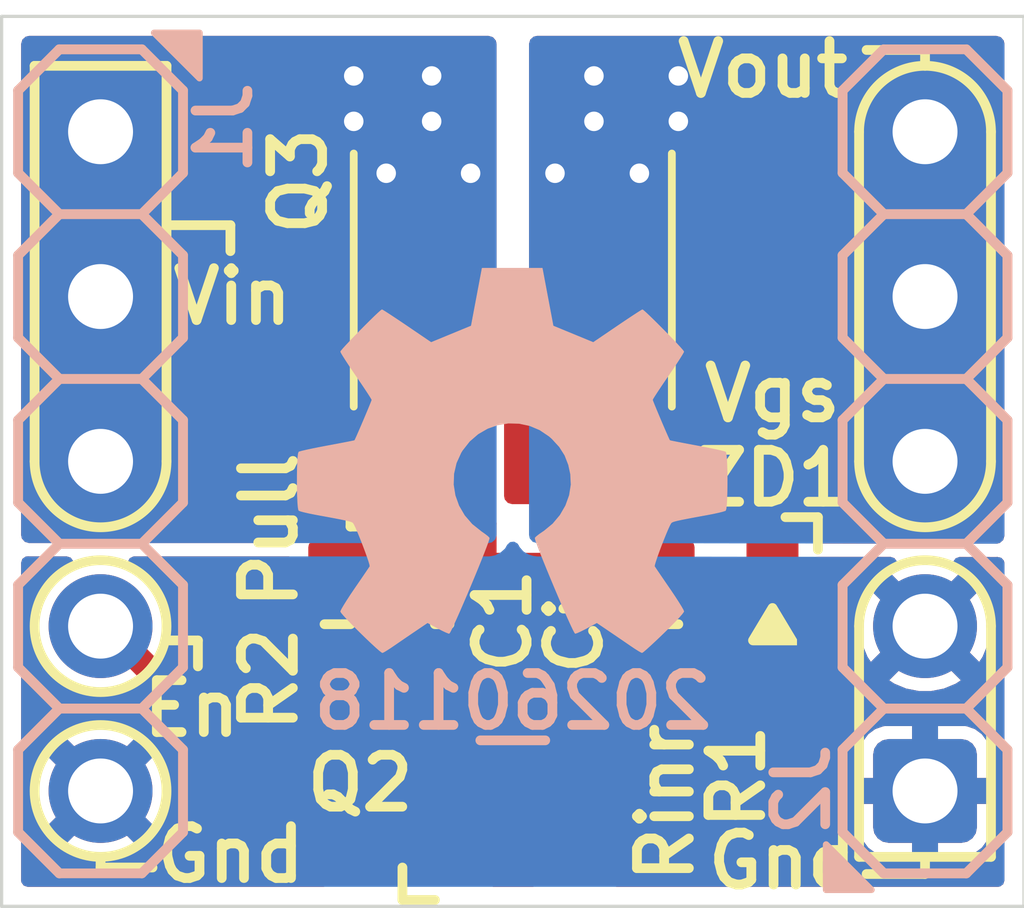
<source format=kicad_pcb>
(kicad_pcb (version 20241229) (generator "pcbnew") (generator_version "9.0")
  (layers (0 "F.Cu" mixed) (2 "B.Cu" mixed) (13 "F.Paste" user) (15 "B.Paste" user) (5 "F.SilkS" user "F.Silkscreen") (7 "B.SilkS" user "B.Silkscreen") (1 "F.Mask" user) (3 "B.Mask" user) (25 "Edge.Cuts" user))
  (net 0 "")
  (net 1 "/VIN")
  (net 2 "/EN")
  (net 3 "/GND")
  (net 4 "/VOUT")
  (net 5 "Net-(Q2-D)")
  (net 6 "Net-(Q3-G1)")
  (net 7 "/Sources")
  (footprint "SquantorResistor:R_0603_hand" (layer "F.Cu") (at 30.224 29.368 -90)
    (property "Reference" "R1" (at 2.35 -1.1 90) (layer "F.SilkS") (effects (font (size 0.8 0.8))))
    (property "Value" "Rinr" (at 2.75 0 90) (layer "F.SilkS") (effects (font (size 0.8 0.8))))
    (fp_line (start 0 -0.2) (end 0 0.2) (stroke (width 0.15)) (layer "F.SilkS"))
    (pad "1" smd roundrect (at -0.9 0 270) (size 0.8 0.9) (layers "F.Cu" "F.Mask" "F.Paste") (roundrect_rratio 0.1428571429) (net 6 "Net-(Q3-G1)"))
    (pad "2" smd roundrect (at 0.9 0 270) (size 0.8 0.9) (layers "F.Cu" "F.Mask" "F.Paste") (roundrect_rratio 0.1428571429) (net 5 "Net-(Q2-D)"))
  )
  (footprint "SquantorIC:SOT23-3" (layer "F.Cu") (at 27.874 31.818 90)
    (property "Reference" "Q2" (at 0 -2.35 180) (layer "F.SilkS") (effects (font (size 0.8 0.8))))
    (property "Value" "NMOS")
    (fp_line (start -1.3 -1.7) (end -1.8 -1.7) (stroke (width 0.1)) (layer "F.SilkS"))
    (fp_line (start -1.8 -1.7) (end -1.3 -1.7) (stroke (width 0.15)) (layer "F.SilkS"))
    (fp_line (start -1.8 -1.7) (end -1.8 -1.2) (stroke (width 0.15)) (layer "F.SilkS"))
    (pad "1" smd roundrect (at -1 -0.95) (size 0.8 0.9) (layers "F.Cu" "F.Mask" "F.Paste") (roundrect_rratio 0.2) (net 2 "/EN"))
    (pad "2" smd roundrect (at -1 0.95) (size 0.8 0.9) (layers "F.Cu" "F.Mask" "F.Paste") (roundrect_rratio 0.2) (net 3 "/GND"))
    (pad "3" smd roundrect (at 1 0) (size 0.8 0.9) (layers "F.Cu" "F.Mask" "F.Paste") (roundrect_rratio 0.2) (net 5 "Net-(Q2-D)"))
  )
  (footprint "SquantorCapacitor:C_0603" (layer "F.Cu") (at 26.524 29.368 -90)
    (property "Reference" "C1" (at -0.05 -1.2 90) (layer "F.SilkS") (effects (font (size 0.8 0.8))))
    (property "Value" "Cinr" (at -0.45 -2.3 90) (layer "F.SilkS") (effects (font (size 0.8 0.8))))
    (fp_line (start 0 0.375) (end 0 0.15) (stroke (width 0.15)) (layer "F.SilkS"))
    (fp_line (start 0 -0.15) (end 0 -0.375) (stroke (width 0.15)) (layer "F.SilkS"))
    (pad "1" smd roundrect (at -0.75 0 270) (size 0.8 0.9) (layers "F.Cu" "F.Mask" "F.Paste") (roundrect_rratio 0.125) (net 7 "/Sources"))
    (pad "2" smd roundrect (at 0.75 0 270) (size 0.8 0.9) (layers "F.Cu" "F.Mask" "F.Paste") (roundrect_rratio 0.125) (net 6 "Net-(Q3-G1)"))
  )
  (footprint "SquantorIC:SOIC-8" (layer "F.Cu") (at 27.874 24.064 90)
    (property "Reference" "Q3" (at 1.524 -3.3 90) (layer "F.SilkS") (effects (font (size 0.8 0.8))))
    (property "Value" "Q_PMOS_DUAL")
    (fp_line (start -3.8 -2.5) (end -3.3 -2.5) (stroke (width 0.15)) (layer "F.SilkS"))
    (fp_line (start -3.8 -2.5) (end -3.8 -2) (stroke (width 0.15)) (layer "F.SilkS"))
    (fp_line (start -1.95 -2.45) (end 1.95 -2.45) (stroke (width 0.12)) (layer "F.SilkS"))
    (fp_line (start -1.95 2.45) (end 1.95 2.45) (stroke (width 0.12)) (layer "F.SilkS"))
    (pad "1" smd roundrect (at -2.7 -1.905 180) (size 0.6 1.55) (layers "F.Cu" "F.Mask" "F.Paste") (roundrect_rratio 0.4) (net 7 "/Sources"))
    (pad "2" smd roundrect (at -2.7 -0.635 180) (size 0.6 1.55) (layers "F.Cu" "F.Mask" "F.Paste") (roundrect_rratio 0.2) (net 6 "Net-(Q3-G1)"))
    (pad "3" smd roundrect (at -2.7 0.635 180) (size 0.6 1.55) (layers "F.Cu" "F.Mask" "F.Paste") (roundrect_rratio 0.2) (net 7 "/Sources"))
    (pad "4" smd roundrect (at -2.7 1.905 180) (size 0.6 1.55) (layers "F.Cu" "F.Mask" "F.Paste") (roundrect_rratio 0.2) (net 6 "Net-(Q3-G1)"))
    (pad "5" smd roundrect (at 2.7 1.905 180) (size 0.6 1.55) (layers "F.Cu" "F.Mask" "F.Paste") (roundrect_rratio 0.2) (net 4 "/VOUT"))
    (pad "6" smd roundrect (at 2.7 0.635 180) (size 0.6 1.55) (layers "F.Cu" "F.Mask" "F.Paste") (roundrect_rratio 0.2) (net 4 "/VOUT"))
    (pad "7" smd roundrect (at 2.7 -0.635 180) (size 0.6 1.55) (layers "F.Cu" "F.Mask" "F.Paste") (roundrect_rratio 0.2) (net 1 "/VIN"))
    (pad "8" smd roundrect (at 2.7 -1.905 180) (size 0.6 1.55) (layers "F.Cu" "F.Mask" "F.Paste") (roundrect_rratio 0.2) (net 1 "/VIN"))
  )
  (footprint "SquantorResistor:R_0603_hand" (layer "F.Cu") (at 25.174 29.368 -90)
    (property "Reference" "R2" (at 0.85 1.05 90) (layer "F.SilkS") (effects (font (size 0.8 0.8))))
    (property "Value" "Pull" (at -1.45 1.05 270) (layer "F.SilkS") (effects (font (size 0.8 0.8))))
    (fp_line (start 0 -0.2) (end 0 0.2) (stroke (width 0.15)) (layer "F.SilkS"))
    (pad "1" smd roundrect (at -0.9 0 270) (size 0.8 0.9) (layers "F.Cu" "F.Mask" "F.Paste") (roundrect_rratio 0.1428571429) (net 7 "/Sources"))
    (pad "2" smd roundrect (at 0.9 0 270) (size 0.8 0.9) (layers "F.Cu" "F.Mask" "F.Paste") (roundrect_rratio 0.1428571429) (net 6 "Net-(Q3-G1)"))
  )
  (footprint "SquantorDiodes:SOD-323-nexperia-hand" (layer "F.Cu") (at 31.874 29.418 -90)
    (property "Reference" "ZD1" (at -2.3 0 0) (layer "F.SilkS") (effects (font (size 0.8 0.8))))
    (property "Value" "Vgs" (at -3.6 0 0) (layer "F.SilkS") (effects (font (size 0.8 0.8))))
    (fp_line (start -1.7 -0.7) (end -1.7 -0.2) (stroke (width 0.15)) (layer "F.SilkS"))
    (fp_line (start -1.7 -0.7) (end -1.2 -0.7) (stroke (width 0.15)) (layer "F.SilkS"))
    (fp_poly (pts (xy -0.3 0) (xy 0.2 -0.3) (xy 0.2 0.3)) (stroke (width 0.15)) (fill yes) (layer "F.SilkS"))
    (pad "1" smd roundrect (at -1.05 0 270) (size 0.8 0.8) (layers "F.Cu" "F.Mask" "F.Paste") (roundrect_rratio 0.2) (net 7 "/Sources"))
    (pad "2" smd roundrect (at 1.05 0 270) (size 0.8 0.8) (layers "F.Cu" "F.Mask" "F.Paste") (roundrect_rratio 0.2) (net 6 "Net-(Q3-G1)"))
  )
  (footprint "SquantorLabels:Label_Generic" (layer "B.Cu") (at 27.874 30.558 180)
    (property "Reference" "N1" (hide yes))
    (property "Value" "20260118" (at 0 0 0) (layer "B.SilkS") (effects (font (size 0.8 0.8)) (justify mirror)))
    (fp_line (start -0.5 -0.6) (end 0.5 -0.6) (stroke (width 0.15)) (layer "B.SilkS"))
  )
  (footprint "Symbol:OSHW-Symbol_6.7x6mm_SilkScreen" (layer "B.Cu") (at 27.874 26.858 180)
    (property "Reference" "N2" (hide yes))
    (property "Value" "OHWLOGO" (hide yes))
    (fp_poly (pts (xy 0.555814 2.531069) (xy 0.639635 2.086445) (xy 0.94892 1.958947) (xy 1.258206 1.831449) (xy 1.629246 2.083754) (xy 1.733157 2.154004) (xy 1.827087 2.216728) (xy 1.906652 2.269062) (xy 1.96747 2.308143) (xy 2.005157 2.331107) (xy 2.015421 2.336058) (xy 2.03391 2.323324) (xy 2.07342 2.288118) (xy 2.129522 2.234938) (xy 2.197787 2.168282) (xy 2.273786 2.092646) (xy 2.353092 2.012528) (xy 2.431275 1.932426) (xy 2.503907 1.856836) (xy 2.566559 1.790255) (xy 2.614803 1.737182) (xy 2.64421 1.702113) (xy 2.651241 1.690377) (xy 2.641123 1.66874) (xy 2.612759 1.621338) (xy 2.569129 1.552807) (xy 2.513218 1.467785) (xy 2.448006 1.370907) (xy 2.410219 1.31565) (xy 2.341343 1.214752) (xy 2.28014 1.123701) (xy 2.229578 1.04703) (xy 2.192628 0.989272) (xy 2.172258 0.954957) (xy 2.169197 0.947746) (xy 2.176136 0.927252) (xy 2.195051 0.879487) (xy 2.223087 0.811168) (xy 2.257391 0.729011) (xy 2.295109 0.63973) (xy 2.333387 0.550042) (xy 2.36937 0.466662) (xy 2.400206 0.396306) (xy 2.423039 0.34569) (xy 2.435017 0.321529) (xy 2.435724 0.320578) (xy 2.454531 0.315964) (xy 2.504618 0.305672) (xy 2.580793 0.290713) (xy 2.677865 0.272099) (xy 2.790643 0.250841) (xy 2.856442 0.238582) (xy 2.97695 0.215638) (xy 3.085797 0.193805) (xy 3.177476 0.174278) (xy 3.246481 0.158252) (xy 3.287304 0.146921) (xy 3.295511 0.143326) (xy 3.303548 0.118994) (xy 3.310033 0.064041) (xy 3.31497 -0.015108) (xy 3.318364 -0.112026) (xy 3.320218 -0.220287) (xy 3.320538 -0.333465) (xy 3.319327 -0.445135) (xy 3.31659 -0.548868) (xy 3.312331 -0.638241) (xy 3.306555 -0.706826) (xy 3.299267 -0.748197) (xy 3.294895 -0.75681) (xy 3.268764 -0.767133) (xy 3.213393 -0.781892) (xy 3.136107 -0.799352) (xy 3.04423 -0.81778) (xy 3.012158 -0.823741) (xy 2.857524 -0.852066) (xy 2.735375 -0.874876) (xy 2.641673 -0.89308) (xy 2.572384 -0.907583) (xy 2.523471 -0.919292) (xy 2.490897 -0.929115) (xy 2.470628 -0.937956) (xy 2.458626 -0.946724) (xy 2.456947 -0.948457) (xy 2.440184 -0.976371) (xy 2.414614 -1.030695) (xy 2.382788 -1.104777) (xy 2.34726 -1.191965) (xy 2.310583 -1.285608) (xy 2.275311 -1.379052) (xy 2.243996 -1.465647) (xy 2.219193 -1.53874) (xy 2.203454 -1.591678) (xy 2.199332 -1.617811) (xy 2.199676 -1.618726) (xy 2.213641 -1.640086) (xy 2.245322 -1.687084) (xy 2.291391 -1.754827) (xy 2.348518 -1.838423) (xy 2.413373 -1.932982) (xy 2.431843 -1.959854) (xy 2.497699 -2.057275) (xy 2.55565 -2.146163) (xy 2.602538 -2.221412) (xy 2.635207 -2.27792) (xy 2.6505 -2.310581) (xy 2.651241 -2.314593) (xy 2.638392 -2.335684) (xy 2.602888 -2.377464) (xy 2.549293 -2.435445) (xy 2.482171 -2.505135) (xy 2.406087 -2.582045) (xy 2.325604 -2.661683) (xy 2.245287 -2.739561) (xy 2.169699 -2.811186) (xy 2.103405 -2.87207) (xy 2.050969 -2.917721) (xy 2.016955 -2.94365) (xy 2.007545 -2.947883) (xy 1.985643 -2.937912) (xy 1.9408 -2.91102) (xy 1.880321 -2.871736) (xy 1.833789 -2.840117) (xy 1.749475 -2.782098) (xy 1.649626 -2.713784) (xy 1.549473 -2.645579) (xy 1.495627 -2.609075) (xy 1.313371 -2.4858) (xy 1.160381 -2.56852) (xy 1.090682 -2.604759) (xy 1.031414 -2.632926) (xy 0.991311 -2.648991) (xy 0.981103 -2.651226) (xy 0.968829 -2.634722) (xy 0.944613 -2.588082) (xy 0.910263 -2.515609) (xy 0.867588 -2.421606) (xy 0.818394 -2.310374) (xy 0.76449 -2.186215) (xy 0.707684 -2.053432) (xy 0.649782 -1.916327) (xy 0.592593 -1.779202) (xy 0.537924 -1.646358) (xy 0.487584 -1.522098) (xy 0.44338 -1.410725) (xy 0.407119 -1.316539) (xy 0.380609 -1.243844) (xy 0.365658 -1.196941) (xy 0.363254 -1.180833) (xy 0.382311 -1.160286) (xy 0.424036 -1.126933) (xy 0.479706 -1.087702) (xy 0.484378 -1.084599) (xy 0.628264 -0.969423) (xy 0.744283 -0.835053) (xy 0.83143 -0.685784) (xy 0.888699 -0.525913) (xy 0.915086 -0.359737) (xy 0.909585 -0.191552) (xy 0.87119 -0.025655) (xy 0.798895 0.133658) (xy 0.777626 0.168513) (xy 0.666996 0.309263) (xy 0.536302 0.422286) (xy 0.390064 0.506997) (xy 0.232808 0.562806) (xy 0.069057 0.589126) (xy -0.096667 0.58537) (xy -0.259838 0.55095) (xy -0.415935 0.485277) (xy -0.560433 0.387765) (xy -0.605131 0.348187) (xy -0.718888 0.224297) (xy -0.801782 0.093876) (xy -0.858644 -0.052315) (xy -0.890313 -0.197088) (xy -0.898131 -0.35986) (xy -0.872062 -0.52344) (xy -0.814755 -0.682298) (xy -0.728856 -0.830906) (xy -0.617014 -0.963735) (xy -0.481877 -1.075256) (xy -0.464117 -1.087011) (xy -0.40785 -1.125508) (xy -0.365077 -1.158863) (xy -0.344628 -1.18016) (xy -0.344331 -1.180833) (xy -0.348721 -1.203871) (xy -0.366124 -1.256157) (xy -0.394732 -1.33339) (xy -0.432735 -1.431268) (xy -0.478326 -1.545491) (xy -0.529697 -1.671758) (xy -0.585038 -1.805767) (xy -0.642542 -1.943218) (xy -0.700399 -2.079808) (xy -0.756802 -2.211237) (xy -0.809942 -2.333205) (xy -0.85801 -2.441409) (xy -0.899199 -2.531549) (xy -0.931699 -2.599323) (xy -0.953703 -2.64043) (xy -0.962564 -2.651226) (xy -0.98964 -2.642819) (xy -1.040303 -2.620272) (xy -1.105817 -2.587613) (xy -1.141841 -2.56852) (xy -1.294832 -2.4858) (xy -1.477088 -2.609075) (xy -1.570125 -2.672228) (xy -1.671985 -2.741727) (xy -1.767438 -2.807165) (xy -1.81525 -2.840117) (xy -1.882495 -2.885273) (xy -1.939436 -2.921057) (xy -1.978646 -2.942938) (xy -1.991381 -2.947563) (xy -2.009917 -2.935085) (xy -2.050941 -2.900252) (xy -2.110475 -2.846678) (xy -2.184542 -2.777983) (xy -2.269165 -2.697781) (xy -2.322685 -2.646286) (xy -2.416319 -2.554286) (xy -2.497241 -2.471999) (xy -2.562177 -2.402945) (xy -2.607858 -2.350644) (xy -2.631011 -2.318616) (xy -2.633232 -2.312116) (xy -2.622924 -2.287394) (xy -2.594439 -2.237405) (xy -2.550937 -2.167212) (xy -2.495577 -2.081875) (xy -2.43152 -1.986456) (xy -2.413303 -1.959854) (xy -2.346927 -1.863167) (xy -2.287378 -1.776117) (xy -2.237984 -1.703595) (xy -2.202075 -1.650493) (xy -2.182981 -1.621703) (xy -2.181136 -1.618726) (xy -2.183895 -1.595782) (xy -2.198538 -1.545336) (xy -2.222513 -1.474041) (xy -2.253266 -1.388547) (xy -2.288244 -1.295507) (xy -2.324893 -1.201574) (xy -2.360661 -1.113399) (xy -2.392994 -1.037634) (xy -2.419338 -0.980931) (xy -2.437142 -0.949943) (xy -2.438407 -0.948457) (xy -2.449294 -0.939601) (xy -2.467682 -0.930843) (xy -2.497606 -0.921277) (xy -2.543103 -0.909996) (xy -2.608209 -0.896093) (xy -2.696961 -0.878663) (xy -2.813393 -0.856798) (xy -2.961542 -0.829591) (xy -2.993618 -0.823741) (xy -3.088686 -0.805374) (xy -3.171565 -0.787405) (xy -3.23493 -0.771569) (xy -3.271458 -0.7596) (xy -3.276356 -0.75681) (xy -3.284427 -0.732072) (xy -3.290987 -0.67679) (xy -3.296033 -0.597389) (xy -3.299559 -0.500296) (xy -3.301561 -0.391938) (xy -3.302036 -0.27874) (xy -3.300977 -0.167128) (xy -3.298382 -0.063529) (xy -3.294246 0.025632) (xy -3.288563 0.093928) (xy -3.281331 0.134934) (xy -3.276971 0.143326) (xy -3.252698 0.151792) (xy -3.197426 0.165565) (xy -3.116662 0.18345) (xy -3.015912 0.204252) (xy -2.900683 0.226777) (xy -2.837902 0.238582) (xy -2.718787 0.260849) (xy -2.612565 0.281021) (xy -2.524427 0.298085) (xy -2.459566 0.311031) (xy -2.423174 0.318845) (xy -2.417184 0.320578) (xy -2.407061 0.34011) (xy -2.385662 0.387157) (xy -2.355839 0.454997) (xy -2.320445 0.536909) (xy -2.282332 0.626172) (xy -2.244353 0.716065) (xy -2.20936 0.799865) (xy -2.180206 0.870853) (xy -2.159743 0.922306) (xy -2.150823 0.947503) (xy -2.150657 0.948604) (xy -2.160769 0.968481) (xy -2.189117 1.014223) (xy -2.232723 1.081283) (xy -2.288606 1.165116) (xy -2.353787 1.261174) (xy -2.391679 1.31635) (xy -2.460725 1.417519) (xy -2.52205 1.50937) (xy -2.572663 1.587256) (xy -2.609571 1.646531) (xy -2.629782 1.682549) (xy -2.632701 1.690623) (xy -2.620153 1.709416) (xy -2.585463 1.749543) (xy -2.533063 1.806507) (xy -2.467384 1.875815) (xy -2.392856 1.952969) (xy -2.313913 2.033475) (xy -2.234983 2.112837) (xy -2.1605 2.18656) (xy -2.094894 2.250148) (xy -2.042596 2.299106) (xy -2.008039 2.328939) (xy -1.996478 2.336058) (xy -1.977654 2.326047) (xy -1.932631 2.297922) (xy -1.865787 2.254546) (xy -1.781499 2.198782) (xy -1.684144 2.133494) (xy -1.610707 2.083754) (xy -1.239667 1.831449) (xy -0.621095 2.086445) (xy -0.537275 2.531069) (xy -0.453454 2.975693) (xy 0.471994 2.975693) (xy 0.555814 2.531069)) (stroke (width 0.01)) (fill yes) (layer "B.SilkS"))
  )
  (footprint "SquantorConnectors:Header-0254-1X05-H010" (layer "B.Cu") (at 34.224 25.588 90)
    (property "Reference" "J2" (at -6.33 -1.9 270) (layer "B.SilkS") (effects (font (size 0.8 0.8)) (justify mirror)))
    (property "Value" "Conn_01x05")
    (fp_line (start 4.445 -1.27) (end 3.175 -1.27) (stroke (width 0.1524)) (layer "B.SilkS"))
    (fp_line (start 3.175 -1.27) (end 2.54 -0.635) (stroke (width 0.1524)) (layer "B.SilkS"))
    (fp_line (start 1.905 -1.27) (end 0.635 -1.27) (stroke (width 0.1524)) (layer "B.SilkS"))
    (fp_line (start -0.635 -1.27) (end -1.905 -1.27) (stroke (width 0.1524)) (layer "B.SilkS"))
    (fp_line (start -1.905 -1.27) (end -2.54 -0.635) (stroke (width 0.1524)) (layer "B.SilkS"))
    (fp_line (start -3.175 -1.27) (end -4.445 -1.27) (stroke (width 0.1524)) (layer "B.SilkS"))
    (fp_line (start -4.445 -1.27) (end -5.08 -0.635) (stroke (width 0.1524)) (layer "B.SilkS"))
    (fp_line (start -5.715 -1.27) (end -6.985 -1.27) (stroke (width 0.1524)) (layer "B.SilkS"))
    (fp_line (start 5.08 -0.635) (end 4.445 -1.27) (stroke (width 0.1524)) (layer "B.SilkS"))
    (fp_line (start 2.54 -0.635) (end 1.905 -1.27) (stroke (width 0.1524)) (layer "B.SilkS"))
    (fp_line (start 0 -0.635) (end 0.635 -1.27) (stroke (width 0.1524)) (layer "B.SilkS"))
    (fp_line (start 0 -0.635) (end -0.635 -1.27) (stroke (width 0.1524)) (layer "B.SilkS"))
    (fp_line (start -2.54 -0.635) (end -3.175 -1.27) (stroke (width 0.1524)) (layer "B.SilkS"))
    (fp_line (start -5.08 -0.635) (end -5.715 -1.27) (stroke (width 0.1524)) (layer "B.SilkS"))
    (fp_line (start -7.62 -0.635) (end -6.985 -1.27) (stroke (width 0.1524)) (layer "B.SilkS"))
    (fp_line (start 5.08 0.635) (end 5.08 -0.635) (stroke (width 0.15)) (layer "B.SilkS"))
    (fp_line (start 2.54 0.635) (end 2.54 -0.635) (stroke (width 0.1524)) (layer "B.SilkS"))
    (fp_line (start 2.54 0.635) (end 3.175 1.27) (stroke (width 0.1524)) (layer "B.SilkS"))
    (fp_line (start 0 0.635) (end 0 -0.635) (stroke (width 0.1524)) (layer "B.SilkS"))
    (fp_line (start -2.54 0.635) (end -2.54 -0.635) (stroke (width 0.1524)) (layer "B.SilkS"))
    (fp_line (start -2.54 0.635) (end -1.905 1.27) (stroke (width 0.1524)) (layer "B.SilkS"))
    (fp_line (start -5.08 0.635) (end -5.08 -0.635) (stroke (width 0.1524)) (layer "B.SilkS"))
    (fp_line (start -5.08 0.635) (end -4.445 1.27) (stroke (width 0.1524)) (layer "B.SilkS"))
    (fp_line (start -7.62 0.635) (end -7.62 -0.635) (stroke (width 0.1524)) (layer "B.SilkS"))
    (fp_line (start 4.445 1.27) (end 5.08 0.635) (stroke (width 0.1524)) (layer "B.SilkS"))
    (fp_line (start 3.175 1.27) (end 4.445 1.27) (stroke (width 0.1524)) (layer "B.SilkS"))
    (fp_line (start 1.905 1.27) (end 2.54 0.635) (stroke (width 0.1524)) (layer "B.SilkS"))
    (fp_line (start 0.635 1.27) (end 0 0.635) (stroke (width 0.1524)) (layer "B.SilkS"))
    (fp_line (start 0.635 1.27) (end 1.905 1.27) (stroke (width 0.1524)) (layer "B.SilkS"))
    (fp_line (start -0.635 1.27) (end 0 0.635) (stroke (width 0.1524)) (layer "B.SilkS"))
    (fp_line (start -1.905 1.27) (end -0.635 1.27) (stroke (width 0.1524)) (layer "B.SilkS"))
    (fp_line (start -3.175 1.27) (end -2.54 0.635) (stroke (width 0.1524)) (layer "B.SilkS"))
    (fp_line (start -4.445 1.27) (end -3.175 1.27) (stroke (width 0.1524)) (layer "B.SilkS"))
    (fp_line (start -5.715 1.27) (end -5.08 0.635) (stroke (width 0.1524)) (layer "B.SilkS"))
    (fp_line (start -6.985 1.27) (end -7.62 0.635) (stroke (width 0.1524)) (layer "B.SilkS"))
    (fp_line (start -6.985 1.27) (end -5.715 1.27) (stroke (width 0.1524)) (layer "B.SilkS"))
    (fp_poly (pts (xy -7.874 -0.8255) (xy -7.874 -1.524) (xy -7.1755 -1.524)) (stroke (width 0.1)) (fill yes) (layer "B.SilkS"))
    (pad "1" thru_hole roundrect (at -6.35 0 270) (size 1.6 1.6) (drill 1) (layers "*.Cu" "*.Mask") (roundrect_rratio 0.15) (net 3 "/GND"))
    (pad "2" thru_hole circle (at -3.81 0 270) (size 1.6 1.6) (drill 1) (layers "*.Cu" "*.Mask") (net 3 "/GND"))
    (pad "3" thru_hole circle (at -1.27 0 270) (size 1.6 1.6) (drill 1) (layers "*.Cu" "*.Mask") (net 4 "/VOUT"))
    (pad "4" thru_hole circle (at 1.27 0 270) (size 1.6 1.6) (drill 1) (layers "*.Cu" "*.Mask") (net 4 "/VOUT"))
    (pad "5" thru_hole circle (at 3.81 0 270) (size 1.6 1.6) (drill 1) (layers "*.Cu" "*.Mask") (net 4 "/VOUT"))
  )
  (footprint "SquantorConnectors:Header-0254-1X05-H010" (layer "B.Cu") (at 21.524 28.128 -90)
    (property "Reference" "J1" (at -6.41 -1.9 90) (layer "B.SilkS") (effects (font (size 0.8 0.8)) (justify mirror)))
    (property "Value" "Conn_01x05")
    (fp_line (start -6.985 1.27) (end -5.715 1.27) (stroke (width 0.1524)) (layer "B.SilkS"))
    (fp_line (start -6.985 1.27) (end -7.62 0.635) (stroke (width 0.1524)) (layer "B.SilkS"))
    (fp_line (start -5.715 1.27) (end -5.08 0.635) (stroke (width 0.1524)) (layer "B.SilkS"))
    (fp_line (start -4.445 1.27) (end -3.175 1.27) (stroke (width 0.1524)) (layer "B.SilkS"))
    (fp_line (start -3.175 1.27) (end -2.54 0.635) (stroke (width 0.1524)) (layer "B.SilkS"))
    (fp_line (start -1.905 1.27) (end -0.635 1.27) (stroke (width 0.1524)) (layer "B.SilkS"))
    (fp_line (start -0.635 1.27) (end 0 0.635) (stroke (width 0.1524)) (layer "B.SilkS"))
    (fp_line (start 0.635 1.27) (end 1.905 1.27) (stroke (width 0.1524)) (layer "B.SilkS"))
    (fp_line (start 0.635 1.27) (end 0 0.635) (stroke (width 0.1524)) (layer "B.SilkS"))
    (fp_line (start 1.905 1.27) (end 2.54 0.635) (stroke (width 0.1524)) (layer "B.SilkS"))
    (fp_line (start 3.175 1.27) (end 4.445 1.27) (stroke (width 0.1524)) (layer "B.SilkS"))
    (fp_line (start 4.445 1.27) (end 5.08 0.635) (stroke (width 0.1524)) (layer "B.SilkS"))
    (fp_line (start -7.62 0.635) (end -7.62 -0.635) (stroke (width 0.1524)) (layer "B.SilkS"))
    (fp_line (start -5.08 0.635) (end -4.445 1.27) (stroke (width 0.1524)) (layer "B.SilkS"))
    (fp_line (start -5.08 0.635) (end -5.08 -0.635) (stroke (width 0.1524)) (layer "B.SilkS"))
    (fp_line (start -2.54 0.635) (end -1.905 1.27) (stroke (width 0.1524)) (layer "B.SilkS"))
    (fp_line (start -2.54 0.635) (end -2.54 -0.635) (stroke (width 0.1524)) (layer "B.SilkS"))
    (fp_line (start 0 0.635) (end 0 -0.635) (stroke (width 0.1524)) (layer "B.SilkS"))
    (fp_line (start 2.54 0.635) (end 3.175 1.27) (stroke (width 0.1524)) (layer "B.SilkS"))
    (fp_line (start 2.54 0.635) (end 2.54 -0.635) (stroke (width 0.1524)) (layer "B.SilkS"))
    (fp_line (start 5.08 0.635) (end 5.08 -0.635) (stroke (width 0.15)) (layer "B.SilkS"))
    (fp_line (start -7.62 -0.635) (end -6.985 -1.27) (stroke (width 0.1524)) (layer "B.SilkS"))
    (fp_line (start -5.08 -0.635) (end -5.715 -1.27) (stroke (width 0.1524)) (layer "B.SilkS"))
    (fp_line (start -2.54 -0.635) (end -3.175 -1.27) (stroke (width 0.1524)) (layer "B.SilkS"))
    (fp_line (start 0 -0.635) (end -0.635 -1.27) (stroke (width 0.1524)) (layer "B.SilkS"))
    (fp_line (start 0 -0.635) (end 0.635 -1.27) (stroke (width 0.1524)) (layer "B.SilkS"))
    (fp_line (start 2.54 -0.635) (end 1.905 -1.27) (stroke (width 0.1524)) (layer "B.SilkS"))
    (fp_line (start 5.08 -0.635) (end 4.445 -1.27) (stroke (width 0.1524)) (layer "B.SilkS"))
    (fp_line (start -5.715 -1.27) (end -6.985 -1.27) (stroke (width 0.1524)) (layer "B.SilkS"))
    (fp_line (start -4.445 -1.27) (end -5.08 -0.635) (stroke (width 0.1524)) (layer "B.SilkS"))
    (fp_line (start -3.175 -1.27) (end -4.445 -1.27) (stroke (width 0.1524)) (layer "B.SilkS"))
    (fp_line (start -1.905 -1.27) (end -2.54 -0.635) (stroke (width 0.1524)) (layer "B.SilkS"))
    (fp_line (start -0.635 -1.27) (end -1.905 -1.27) (stroke (width 0.1524)) (layer "B.SilkS"))
    (fp_line (start 1.905 -1.27) (end 0.635 -1.27) (stroke (width 0.1524)) (layer "B.SilkS"))
    (fp_line (start 3.175 -1.27) (end 2.54 -0.635) (stroke (width 0.1524)) (layer "B.SilkS"))
    (fp_line (start 4.445 -1.27) (end 3.175 -1.27) (stroke (width 0.1524)) (layer "B.SilkS"))
    (fp_poly (pts (xy -7.874 -0.8255) (xy -7.874 -1.524) (xy -7.1755 -1.524)) (stroke (width 0.1)) (fill yes) (layer "B.SilkS"))
    (pad "1" thru_hole roundrect (at -6.35 0 90) (size 1.6 1.6) (drill 1) (layers "*.Cu" "*.Mask") (roundrect_rratio 0.15) (net 1 "/VIN"))
    (pad "2" thru_hole circle (at -3.81 0 90) (size 1.6 1.6) (drill 1) (layers "*.Cu" "*.Mask") (net 1 "/VIN"))
    (pad "3" thru_hole circle (at -1.27 0 90) (size 1.6 1.6) (drill 1) (layers "*.Cu" "*.Mask") (net 1 "/VIN"))
    (pad "4" thru_hole circle (at 1.27 0 90) (size 1.6 1.6) (drill 1) (layers "*.Cu" "*.Mask") (net 2 "/EN"))
    (pad "5" thru_hole circle (at 3.81 0 90) (size 1.6 1.6) (drill 1) (layers "*.Cu" "*.Mask") (net 3 "/GND"))
  )
  (gr_line (start 23.524 23.618) (end 23.524 23.218) (stroke (width 0.15)) (layer "F.SilkS"))
  (gr_circle (center 21.524 31.938) (end 22.54 31.938) (stroke (width 0.15)) (fill no) (layer "F.SilkS"))
  (gr_line (start 23.524 23.218) (end 22.624 23.218) (stroke (width 0.15)) (layer "F.SilkS"))
  (gr_line (start 33.208 21.778) (end 33.208 26.858) (stroke (width 0.15)) (layer "F.SilkS"))
  (gr_arc (start 33.208 29.398) (mid 34.224 28.382) (end 35.24 29.398) (stroke (width 0.15)) (layer "F.SilkS"))
  (gr_line (start 33.208 32.954) (end 35.24 32.954) (stroke (width 0.15)) (layer "F.SilkS"))
  (gr_line (start 22.524 29.618) (end 23.024 29.618) (stroke (width 0.15)) (layer "F.SilkS"))
  (gr_line (start 34.224 20.518) (end 34.224 20.762) (stroke (width 0.15)) (layer "F.SilkS"))
  (gr_arc (start 35.24 26.858) (mid 34.224 27.874) (end 33.208 26.858) (stroke (width 0.15)) (layer "F.SilkS"))
  (gr_line (start 35.24 32.954) (end 35.24 29.398) (stroke (width 0.15)) (layer "F.SilkS"))
  (gr_line (start 34.224 32.954) (end 34.224 33.218) (stroke (width 0.15)) (layer "F.SilkS"))
  (gr_arc (start 33.208 21.778) (mid 34.224 20.762) (end 35.24 21.778) (stroke (width 0.15)) (layer "F.SilkS"))
  (gr_line (start 34.224 33.218) (end 33.324 33.218) (stroke (width 0.15)) (layer "F.SilkS"))
  (gr_line (start 21.524 33.118) (end 22.324 33.118) (stroke (width 0.15)) (layer "F.SilkS"))
  (gr_line (start 35.24 21.778) (end 35.24 26.858) (stroke (width 0.15)) (layer "F.SilkS"))
  (gr_line (start 21.524 32.954) (end 21.524 33.118) (stroke (width 0.15)) (layer "F.SilkS"))
  (gr_line (start 33.324 20.518) (end 34.224 20.518) (stroke (width 0.15)) (layer "F.SilkS"))
  (gr_arc (start 22.54 26.858) (mid 21.524 27.874) (end 20.508 26.858) (stroke (width 0.15)) (layer "F.SilkS"))
  (gr_line (start 20.508 20.762) (end 20.508 26.858) (stroke (width 0.15)) (layer "F.SilkS"))
  (gr_line (start 23.024 29.618) (end 23.024 30.018) (stroke (width 0.15)) (layer "F.SilkS"))
  (gr_line (start 22.54 26.858) (end 22.54 20.762) (stroke (width 0.15)) (layer "F.SilkS"))
  (gr_line (start 20.508 20.762) (end 22.54 20.762) (stroke (width 0.15)) (layer "F.SilkS"))
  (gr_circle (center 21.524 29.398) (end 22.54 29.398) (stroke (width 0.15)) (fill no) (layer "F.SilkS"))
  (gr_line (start 33.208 32.954) (end 33.208 29.398) (stroke (width 0.15)) (layer "F.SilkS"))
  (gr_line (start 35.748 20) (end 20 20) (stroke (width 0.05)) (layer "Edge.Cuts"))
  (gr_line (start 20 20) (end 20 33.716) (stroke (width 0.05)) (layer "Edge.Cuts"))
  (gr_line (start 20 33.716) (end 35.748 33.716) (stroke (width 0.05)) (layer "Edge.Cuts"))
  (gr_line (start 35.748 33.716) (end 35.748 20) (stroke (width 0.05)) (layer "Edge.Cuts"))
  (gr_text "Vin" (at 23.556 24.318 0) (layer "F.SilkS") (effects (font (size 0.8 0.8) (thickness 0.15) (bold yes))))
  (gr_text "Gnd" (at 32.024 33.018 0) (layer "F.SilkS") (effects (font (size 0.8 0.8) (thickness 0.15) (bold yes))))
  (gr_text "Vout" (at 31.724 20.818 0) (layer "F.SilkS") (effects (font (size 0.8 0.8) (thickness 0.15) (bold yes))))
  (gr_text "En" (at 22.924 30.668 0) (layer "F.SilkS") (effects (font (size 0.8 0.8) (thickness 0.15) (bold yes))))
  (gr_text "Gnd" (at 23.524 32.918 0) (layer "F.SilkS") (effects (font (size 0.8 0.8) (thickness 0.15) (bold yes))))
  (via (at 25.424 20.918) (size 0.7) (drill 0.3) (layers "F.Cu" "B.Cu") (net 1))
  (via (at 27.224 22.418) (size 0.7) (drill 0.3) (layers "F.Cu" "B.Cu") (net 1))
  (via (at 26.624 21.618) (size 0.7) (drill 0.3) (layers "F.Cu" "B.Cu") (net 1))
  (via (at 25.424 21.618) (size 0.7) (drill 0.3) (layers "F.Cu" "B.Cu") (net 1))
  (via (at 25.924 22.418) (size 0.7) (drill 0.3) (layers "F.Cu" "B.Cu") (net 1))
  (via (at 26.624 20.918) (size 0.7) (drill 0.3) (layers "F.Cu" "B.Cu") (net 1))
  (segment (start 25.024 32.818) (end 26.924 32.818) (width 0.4) (layer "F.Cu") (net 2))
  (segment (start 21.544 29.418) (end 21.624 29.418) (width 0.4) (layer "F.Cu") (net 2))
  (segment (start 21.624 29.418) (end 25.024 32.818) (width 0.4) (layer "F.Cu") (net 2))
  (via (at 29.124 20.918) (size 0.7) (drill 0.3) (layers "F.Cu" "B.Cu") (net 4))
  (via (at 29.124 21.618) (size 0.7) (drill 0.3) (layers "F.Cu" "B.Cu") (net 4))
  (via (at 30.424 21.618) (size 0.7) (drill 0.3) (layers "F.Cu" "B.Cu") (net 4))
  (via (at 29.824 22.418) (size 0.7) (drill 0.3) (layers "F.Cu" "B.Cu") (net 4))
  (via (at 30.424 20.918) (size 0.7) (drill 0.3) (layers "F.Cu" "B.Cu") (net 4))
  (via (at 28.524 22.418) (size 0.7) (drill 0.3) (layers "F.Cu" "B.Cu") (net 4))
  (segment (start 29.574 30.268) (end 29.024 30.818) (width 0.4) (layer "F.Cu") (net 5))
  (segment (start 29.024 30.818) (end 27.874 30.818) (width 0.4) (layer "F.Cu") (net 5))
  (segment (start 30.224 30.268) (end 29.574 30.268) (width 0.4) (layer "F.Cu") (net 5))
  (segment (start 31.624 29.318) (end 30.424 29.318) (width 0.4) (layer "F.Cu") (net 6))
  (segment (start 31.874 29.568) (end 31.624 29.318) (width 0.4) (layer "F.Cu") (net 6))
  (segment (start 30.224 28.468) (end 27.474 28.468) (width 0.4) (layer "F.Cu") (net 6))
  (segment (start 30.224 28.468) (end 30.224 27.818) (width 0.4) (layer "F.Cu") (net 6))
  (segment (start 27.424 28.418) (end 27.424 27.818) (width 0.4) (layer "F.Cu") (net 6))
  (segment (start 26.524 30.118) (end 27.124 30.118) (width 0.4) (layer "F.Cu") (net 6))
  (segment (start 29.779 27.373) (end 29.779 26.764) (width 0.4) (layer "F.Cu") (net 6))
  (segment (start 30.224 29.118) (end 30.224 28.468) (width 0.4) (layer "F.Cu") (net 6))
  (segment (start 27.124 30.118) (end 27.424 29.818) (width 0.4) (layer "F.Cu") (net 6))
  (segment (start 26.374 30.268) (end 26.524 30.118) (width 0.4) (layer "F.Cu") (net 6))
  (segment (start 27.424 29.818) (end 27.424 28.418) (width 0.4) (layer "F.Cu") (net 6))
  (segment (start 30.424 29.318) (end 30.224 29.118) (width 0.4) (layer "F.Cu") (net 6))
  (segment (start 31.874 30.468) (end 31.874 29.568) (width 0.4) (layer "F.Cu") (net 6))
  (segment (start 27.239 27.633) (end 27.239 26.764) (width 0.4) (layer "F.Cu") (net 6))
  (segment (start 25.174 30.268) (end 26.374 30.268) (width 0.4) (layer "F.Cu") (net 6))
  (segment (start 27.424 27.818) (end 27.239 27.633) (width 0.4) (layer "F.Cu") (net 6))
  (segment (start 30.224 27.818) (end 29.779 27.373) (width 0.4) (layer "F.Cu") (net 6))
  (segment (start 27.474 28.468) (end 27.424 28.418) (width 0.4) (layer "F.Cu") (net 6))
  (segment (start 28.509 25.633) (end 28.509 26.764) (width 0.4) (layer "F.Cu") (net 7))
  (segment (start 25.174 26.968) (end 25.378 26.764) (width 0.4) (layer "F.Cu") (net 7))
  (segment (start 28.624 25.518) (end 28.509 25.633) (width 0.4) (layer "F.Cu") (net 7))
  (segment (start 26.374 28.468) (end 26.524 28.618) (width 0.4) (layer "F.Cu") (net 7))
  (segment (start 25.174 28.468) (end 26.374 28.468) (width 0.4) (layer "F.Cu") (net 7))
  (segment (start 25.174 28.468) (end 25.174 26.968) (width 0.4) (layer "F.Cu") (net 7))
  (segment (start 25.378 26.764) (end 25.969 26.764) (width 0.4) (layer "F.Cu") (net 7))
  (segment (start 31.524 25.518) (end 28.624 25.518) (width 0.4) (layer "F.Cu") (net 7))
  (segment (start 31.874 28.368) (end 31.874 25.868) (width 0.4) (layer "F.Cu") (net 7))
  (segment (start 31.874 25.868) (end 31.524 25.518) (width 0.4) (layer "F.Cu") (net 7))
  (zone (net 7) (net_name "/Sources") (layer "F.Cu") (priority 3) (connect_pads yes (clearance 0.2)) (min_thickness 0.25) (fill yes (thermal_gap 0.5) (thermal_bridge_width 0.5))
    (polygon (pts (xy 30.124 27.518) (xy 30.124 25.118) (xy 24.924 25.118) (xy 24.924 27.518)))
  )
  (zone (net 4) (net_name "/VOUT") (layers "F.Cu" "B.Cu") (priority 2) (connect_pads yes (clearance 0.2)) (min_thickness 0.25) (fill yes (thermal_gap 0.5) (thermal_bridge_width 0.5))
    (polygon (pts (xy 35.748 20) (xy 28.124 20) (xy 28.124 28.118) (xy 35.748 28.128)))
  )
  (zone (net 3) (net_name "/GND") (layers "F.Cu" "B.Cu") (connect_pads (clearance 0.2)) (min_thickness 0.2) (fill yes (thermal_gap 0.2) (thermal_bridge_width 0.4))
    (polygon (pts (xy 20 20) (xy 35.748 20) (xy 35.748 33.716) (xy 20 33.716)))
  )
  (zone (net 1) (net_name "/VIN") (layers "F.Cu" "B.Cu") (priority 1) (connect_pads yes (clearance 0.2)) (min_thickness 0.25) (fill yes (thermal_gap 0.5) (thermal_bridge_width 0.5))
    (polygon (pts (xy 20 20) (xy 27.624 20) (xy 27.624 28.118) (xy 20 28.118)))
  )
)
</source>
